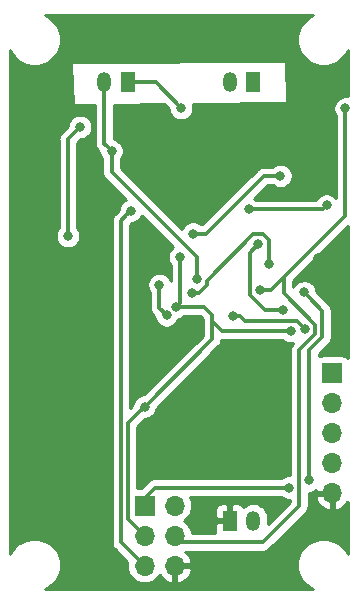
<source format=gbr>
G04 #@! TF.GenerationSoftware,KiCad,Pcbnew,(5.1.0)-1*
G04 #@! TF.CreationDate,2020-02-17T19:18:01+00:00*
G04 #@! TF.ProjectId,v4,76342e6b-6963-4616-945f-706362585858,rev?*
G04 #@! TF.SameCoordinates,Original*
G04 #@! TF.FileFunction,Copper,L2,Bot*
G04 #@! TF.FilePolarity,Positive*
%FSLAX46Y46*%
G04 Gerber Fmt 4.6, Leading zero omitted, Abs format (unit mm)*
G04 Created by KiCad (PCBNEW (5.1.0)-1) date 2020-02-17 19:18:01*
%MOMM*%
%LPD*%
G04 APERTURE LIST*
%ADD10R,1.200000X1.700000*%
%ADD11O,1.200000X1.700000*%
%ADD12R,1.700000X1.700000*%
%ADD13O,1.700000X1.700000*%
%ADD14C,0.800000*%
%ADD15C,0.300000*%
%ADD16C,0.254000*%
G04 APERTURE END LIST*
D10*
X123217600Y-54387600D03*
D11*
X121217600Y-54387600D03*
D12*
X129917600Y-78987600D03*
D13*
X129917600Y-81527600D03*
X129917600Y-84067600D03*
X129917600Y-86607600D03*
X129917600Y-89147600D03*
D12*
X114017600Y-90237600D03*
D13*
X116557600Y-90237600D03*
X114017600Y-92777600D03*
X116557600Y-92777600D03*
X114017600Y-95317600D03*
X116557600Y-95317600D03*
D10*
X121217600Y-91487600D03*
D11*
X123217600Y-91487600D03*
D10*
X112617600Y-54387600D03*
D11*
X110617600Y-54387600D03*
D14*
X114217600Y-83987600D03*
X119817600Y-51587600D03*
X119817600Y-49187600D03*
X112917600Y-50437610D03*
X113934889Y-50409368D03*
X111017600Y-67687600D03*
X109817600Y-67687600D03*
X105417600Y-89987600D03*
X106517600Y-89987600D03*
X105417600Y-91087600D03*
X106517600Y-91087600D03*
X125417600Y-86287600D03*
X125417600Y-87387600D03*
X128717600Y-69287600D03*
X128717600Y-70487600D03*
X121755525Y-63266240D03*
X127017600Y-63187600D03*
X109817600Y-68787600D03*
X111017600Y-68787600D03*
X103917600Y-67687600D03*
X105117600Y-67687600D03*
X113317600Y-72787600D03*
X117287772Y-65254798D03*
X114187550Y-72917650D03*
X130517634Y-74939699D03*
X112117600Y-58662600D03*
X111217600Y-60187600D03*
X118417600Y-70987600D03*
X117117600Y-56553279D03*
X107517600Y-67387598D03*
X108567600Y-58137600D03*
X118117600Y-67187600D03*
X125517600Y-62287600D03*
X127617600Y-75287600D03*
X121517604Y-74187600D03*
X115877103Y-74097241D03*
X115277454Y-71519104D03*
X124517600Y-69787600D03*
X118047655Y-72196396D03*
X122817533Y-65137590D03*
X129425452Y-64795296D03*
X123617600Y-68087600D03*
X125767610Y-73687600D03*
X112867589Y-65237589D03*
X131017600Y-56587600D03*
X123759203Y-71987611D03*
X127967610Y-88069510D03*
X126217600Y-88687600D03*
X127524287Y-72149244D03*
X114017600Y-81837612D03*
X117033977Y-69175389D03*
X126414253Y-75437610D03*
X116717600Y-73387600D03*
D15*
X110617600Y-59587600D02*
X110817601Y-59787601D01*
X110817601Y-59787601D02*
X111217600Y-60187600D01*
X110617600Y-54387600D02*
X110617600Y-59587600D01*
X118417600Y-70421915D02*
X118417600Y-70987600D01*
X111217600Y-60187600D02*
X111217600Y-61990552D01*
X111217600Y-61990552D02*
X118417600Y-69190552D01*
X118417600Y-69190552D02*
X118417600Y-70421915D01*
X112617600Y-54387600D02*
X114951921Y-54387600D01*
X114951921Y-54387600D02*
X117117600Y-56553279D01*
X107517600Y-59187600D02*
X108167601Y-58537599D01*
X108167601Y-58537599D02*
X108567600Y-58137600D01*
X107517600Y-67387598D02*
X107517600Y-59187600D01*
X124951915Y-62287600D02*
X125517600Y-62287600D01*
X124117600Y-62287600D02*
X124951915Y-62287600D01*
X119217600Y-67187600D02*
X124117600Y-62287600D01*
X118117600Y-67187600D02*
X119217600Y-67187600D01*
X122483287Y-74587598D02*
X122083289Y-74187600D01*
X127617600Y-75287600D02*
X126917598Y-74587598D01*
X122083289Y-74187600D02*
X121517604Y-74187600D01*
X126917598Y-74587598D02*
X122483287Y-74587598D01*
X115277454Y-73497592D02*
X115277454Y-72084789D01*
X115277454Y-72084789D02*
X115277454Y-71519104D01*
X115877103Y-74097241D02*
X115277454Y-73497592D01*
X124025602Y-67237598D02*
X123225604Y-67237598D01*
X123225604Y-67237598D02*
X119267601Y-71195601D01*
X118613340Y-72196396D02*
X118047655Y-72196396D01*
X119267601Y-71195601D02*
X119267601Y-71542135D01*
X124517600Y-67729596D02*
X124025602Y-67237598D01*
X119267601Y-71542135D02*
X118613340Y-72196396D01*
X124517600Y-69787600D02*
X124517600Y-67729596D01*
X122817533Y-65137590D02*
X129083158Y-65137590D01*
X129083158Y-65137590D02*
X129425452Y-64795296D01*
X123617600Y-68087600D02*
X122909202Y-68795998D01*
X122909202Y-72395612D02*
X124201190Y-73687600D01*
X125201925Y-73687600D02*
X125767610Y-73687600D01*
X124201190Y-73687600D02*
X125201925Y-73687600D01*
X122909202Y-68795998D02*
X122909202Y-72395612D01*
X112467590Y-65637588D02*
X112867589Y-65237589D01*
X112017588Y-66087590D02*
X112467590Y-65637588D01*
X114017600Y-95317600D02*
X112017588Y-93317588D01*
X112017588Y-93317588D02*
X112017588Y-66087590D01*
X130817610Y-65852035D02*
X125798085Y-70871560D01*
X130817600Y-65887600D02*
X131017600Y-65687600D01*
X131017600Y-57153285D02*
X131017600Y-56587600D01*
X131017600Y-65687600D02*
X131017600Y-57153285D01*
X125798085Y-70871560D02*
X124682034Y-71987611D01*
X124324888Y-71987611D02*
X123759203Y-71987611D01*
X124682034Y-71987611D02*
X124324888Y-71987611D01*
X117107600Y-93327600D02*
X116557600Y-92777600D01*
X124011120Y-93327600D02*
X117107600Y-93327600D01*
X125798085Y-72210081D02*
X128467602Y-74879598D01*
X125798085Y-70871560D02*
X125798085Y-72210081D01*
X128467602Y-74879598D02*
X128467602Y-75695602D01*
X128467602Y-75695602D02*
X127117600Y-77045604D01*
X127117600Y-77045604D02*
X127117600Y-90221120D01*
X127117600Y-90221120D02*
X124011120Y-93327600D01*
X127967610Y-88069510D02*
X127967610Y-77044137D01*
X129067613Y-73692570D02*
X127924286Y-72549243D01*
X127924286Y-72549243D02*
X127524287Y-72149244D01*
X129067613Y-75944134D02*
X129067613Y-73692570D01*
X127967610Y-77044137D02*
X129067613Y-75944134D01*
X125651915Y-88687600D02*
X126217600Y-88687600D01*
X114867600Y-88687600D02*
X125651915Y-88687600D01*
X114017600Y-90237600D02*
X114017600Y-89537600D01*
X114017600Y-89537600D02*
X114867600Y-88687600D01*
X114017600Y-81837612D02*
X119717600Y-76137612D01*
X119717600Y-76137612D02*
X119717600Y-74053285D01*
X119717600Y-74053285D02*
X119717600Y-74545604D01*
X119717600Y-74545604D02*
X120609606Y-75437610D01*
X125848568Y-75437610D02*
X126414253Y-75437610D01*
X120609606Y-75437610D02*
X125848568Y-75437610D01*
X117283285Y-73387600D02*
X116717600Y-73387600D01*
X117033977Y-73071223D02*
X116717600Y-73387600D01*
X119051915Y-73387600D02*
X117283285Y-73387600D01*
X117033977Y-69175389D02*
X117033977Y-73071223D01*
X119717600Y-74053285D02*
X119051915Y-73387600D01*
X113617601Y-82237611D02*
X114017600Y-81837612D01*
X112617599Y-83237613D02*
X113617601Y-82237611D01*
X114017600Y-92777600D02*
X112617599Y-91377599D01*
X112617599Y-91377599D02*
X112617599Y-83237613D01*
D16*
G36*
X128108931Y-48756969D02*
G01*
X127742871Y-49001562D01*
X127431562Y-49312871D01*
X127186969Y-49678931D01*
X127018490Y-50085675D01*
X126932600Y-50517472D01*
X126932600Y-50957728D01*
X127018490Y-51389525D01*
X127186969Y-51796269D01*
X127431562Y-52162329D01*
X127742871Y-52473638D01*
X128108931Y-52718231D01*
X128515675Y-52886710D01*
X128947472Y-52972600D01*
X129387728Y-52972600D01*
X129819525Y-52886710D01*
X130226269Y-52718231D01*
X130592329Y-52473638D01*
X130903638Y-52162329D01*
X131148231Y-51796269D01*
X131207600Y-51652940D01*
X131207600Y-55570116D01*
X131119539Y-55552600D01*
X130915661Y-55552600D01*
X130715702Y-55592374D01*
X130527344Y-55670395D01*
X130357826Y-55783663D01*
X130213663Y-55927826D01*
X130100395Y-56097344D01*
X130022374Y-56285702D01*
X129982600Y-56485661D01*
X129982600Y-56689539D01*
X130022374Y-56889498D01*
X130100395Y-57077856D01*
X130213663Y-57247374D01*
X130232601Y-57266312D01*
X130232600Y-64140328D01*
X130229389Y-64135522D01*
X130085226Y-63991359D01*
X129915708Y-63878091D01*
X129727350Y-63800070D01*
X129527391Y-63760296D01*
X129323513Y-63760296D01*
X129123554Y-63800070D01*
X128935196Y-63878091D01*
X128765678Y-63991359D01*
X128621515Y-64135522D01*
X128508247Y-64305040D01*
X128488551Y-64352590D01*
X123496244Y-64352590D01*
X123477307Y-64333653D01*
X123307789Y-64220385D01*
X123298727Y-64216631D01*
X124442758Y-63072600D01*
X124838889Y-63072600D01*
X124857826Y-63091537D01*
X125027344Y-63204805D01*
X125215702Y-63282826D01*
X125415661Y-63322600D01*
X125619539Y-63322600D01*
X125819498Y-63282826D01*
X126007856Y-63204805D01*
X126177374Y-63091537D01*
X126321537Y-62947374D01*
X126434805Y-62777856D01*
X126512826Y-62589498D01*
X126552600Y-62389539D01*
X126552600Y-62185661D01*
X126512826Y-61985702D01*
X126434805Y-61797344D01*
X126321537Y-61627826D01*
X126177374Y-61483663D01*
X126007856Y-61370395D01*
X125819498Y-61292374D01*
X125619539Y-61252600D01*
X125415661Y-61252600D01*
X125215702Y-61292374D01*
X125027344Y-61370395D01*
X124857826Y-61483663D01*
X124838889Y-61502600D01*
X124156152Y-61502600D01*
X124117599Y-61498803D01*
X124079046Y-61502600D01*
X124079039Y-61502600D01*
X123978090Y-61512543D01*
X123963712Y-61513959D01*
X123929272Y-61524406D01*
X123815740Y-61558846D01*
X123679367Y-61631738D01*
X123619159Y-61681150D01*
X123589787Y-61705255D01*
X123589784Y-61705258D01*
X123559836Y-61729836D01*
X123535258Y-61759784D01*
X118892443Y-66402600D01*
X118796311Y-66402600D01*
X118777374Y-66383663D01*
X118607856Y-66270395D01*
X118419498Y-66192374D01*
X118219539Y-66152600D01*
X118015661Y-66152600D01*
X117815702Y-66192374D01*
X117627344Y-66270395D01*
X117457826Y-66383663D01*
X117313663Y-66527826D01*
X117200395Y-66697344D01*
X117151820Y-66814615D01*
X112002600Y-61665395D01*
X112002600Y-60866311D01*
X112021537Y-60847374D01*
X112134805Y-60677856D01*
X112212826Y-60489498D01*
X112252600Y-60289539D01*
X112252600Y-60085661D01*
X112212826Y-59885702D01*
X112134805Y-59697344D01*
X112021537Y-59527826D01*
X111877374Y-59383663D01*
X111707856Y-59270395D01*
X111519498Y-59192374D01*
X111402600Y-59169122D01*
X111402600Y-56257110D01*
X115669384Y-56215220D01*
X116082600Y-56628436D01*
X116082600Y-56655218D01*
X116122374Y-56855177D01*
X116200395Y-57043535D01*
X116313663Y-57213053D01*
X116457826Y-57357216D01*
X116627344Y-57470484D01*
X116815702Y-57548505D01*
X117015661Y-57588279D01*
X117219539Y-57588279D01*
X117419498Y-57548505D01*
X117607856Y-57470484D01*
X117777374Y-57357216D01*
X117921537Y-57213053D01*
X118034805Y-57043535D01*
X118112826Y-56855177D01*
X118152600Y-56655218D01*
X118152600Y-56451340D01*
X118112826Y-56251381D01*
X118088012Y-56191475D01*
X125918847Y-56114594D01*
X125944261Y-56111770D01*
X125967973Y-56104183D01*
X125989749Y-56092116D01*
X126008753Y-56076032D01*
X126024253Y-56056550D01*
X126035656Y-56034418D01*
X126042521Y-56010487D01*
X126044585Y-55985676D01*
X125994585Y-52685676D01*
X125991984Y-52661956D01*
X125984591Y-52638182D01*
X125972702Y-52616308D01*
X125956774Y-52597173D01*
X125937419Y-52581514D01*
X125915381Y-52569931D01*
X125891507Y-52562871D01*
X125866714Y-52560603D01*
X107941714Y-52685603D01*
X107912277Y-52689273D01*
X107888799Y-52697559D01*
X107867390Y-52710265D01*
X107848870Y-52726904D01*
X107833953Y-52746837D01*
X107823211Y-52769296D01*
X107817057Y-52793420D01*
X107815727Y-52818281D01*
X107965727Y-56168281D01*
X107968290Y-56188598D01*
X107975750Y-56212350D01*
X107987701Y-56234191D01*
X108003683Y-56253280D01*
X108023083Y-56268884D01*
X108045153Y-56280404D01*
X108069048Y-56287397D01*
X108093847Y-56289594D01*
X109832600Y-56272523D01*
X109832601Y-59549037D01*
X109828803Y-59587600D01*
X109843959Y-59741486D01*
X109888846Y-59889459D01*
X109888847Y-59889460D01*
X109961739Y-60025833D01*
X110002290Y-60075244D01*
X110035255Y-60115412D01*
X110035259Y-60115416D01*
X110059837Y-60145364D01*
X110089785Y-60169942D01*
X110182600Y-60262757D01*
X110182600Y-60289539D01*
X110222374Y-60489498D01*
X110300395Y-60677856D01*
X110413663Y-60847374D01*
X110432600Y-60866311D01*
X110432601Y-61951990D01*
X110428803Y-61990552D01*
X110443959Y-62144438D01*
X110488846Y-62292411D01*
X110488847Y-62292412D01*
X110561739Y-62428785D01*
X110602290Y-62478196D01*
X110635255Y-62518364D01*
X110635259Y-62518368D01*
X110659837Y-62548316D01*
X110689785Y-62572894D01*
X112419718Y-64302827D01*
X112377333Y-64320384D01*
X112207815Y-64433652D01*
X112063652Y-64577815D01*
X111950384Y-64747333D01*
X111872363Y-64935691D01*
X111832589Y-65135650D01*
X111832589Y-65162432D01*
X111489773Y-65505248D01*
X111459825Y-65529826D01*
X111435247Y-65559774D01*
X111435243Y-65559778D01*
X111413936Y-65585741D01*
X111361727Y-65649357D01*
X111327976Y-65712501D01*
X111288834Y-65785731D01*
X111243947Y-65933704D01*
X111228791Y-66087590D01*
X111232589Y-66126153D01*
X111232588Y-93279035D01*
X111228791Y-93317588D01*
X111232588Y-93356141D01*
X111232588Y-93356148D01*
X111243947Y-93471474D01*
X111288834Y-93619447D01*
X111361726Y-93755820D01*
X111459824Y-93875352D01*
X111489778Y-93899935D01*
X112568574Y-94978732D01*
X112554087Y-95026489D01*
X112525415Y-95317600D01*
X112554087Y-95608711D01*
X112639001Y-95888634D01*
X112776894Y-96146614D01*
X112962466Y-96372734D01*
X113188586Y-96558306D01*
X113446566Y-96696199D01*
X113726489Y-96781113D01*
X113944650Y-96802600D01*
X114090550Y-96802600D01*
X114308711Y-96781113D01*
X114588634Y-96696199D01*
X114846614Y-96558306D01*
X115072734Y-96372734D01*
X115258306Y-96146614D01*
X115289184Y-96088844D01*
X115460012Y-96317869D01*
X115676245Y-96512778D01*
X115926348Y-96661757D01*
X116200709Y-96759081D01*
X116430600Y-96638414D01*
X116430600Y-95444600D01*
X116684600Y-95444600D01*
X116684600Y-96638414D01*
X116914491Y-96759081D01*
X117188852Y-96661757D01*
X117438955Y-96512778D01*
X117655188Y-96317869D01*
X117829241Y-96084520D01*
X117954425Y-95821699D01*
X117999076Y-95674490D01*
X117877755Y-95444600D01*
X116684600Y-95444600D01*
X116430600Y-95444600D01*
X116410600Y-95444600D01*
X116410600Y-95190600D01*
X116430600Y-95190600D01*
X116430600Y-95170600D01*
X116684600Y-95170600D01*
X116684600Y-95190600D01*
X117877755Y-95190600D01*
X117999076Y-94960710D01*
X117954425Y-94813501D01*
X117829241Y-94550680D01*
X117655188Y-94317331D01*
X117438955Y-94122422D01*
X117422466Y-94112600D01*
X123972567Y-94112600D01*
X124011120Y-94116397D01*
X124049673Y-94112600D01*
X124049681Y-94112600D01*
X124165007Y-94101241D01*
X124312980Y-94056354D01*
X124449353Y-93983462D01*
X124568884Y-93885364D01*
X124593467Y-93855410D01*
X127645416Y-90803462D01*
X127675364Y-90778884D01*
X127773462Y-90659353D01*
X127846354Y-90522980D01*
X127862906Y-90468414D01*
X127891241Y-90375008D01*
X127896029Y-90326397D01*
X127902600Y-90259681D01*
X127902600Y-90259674D01*
X127906397Y-90221121D01*
X127902600Y-90182568D01*
X127902600Y-89504490D01*
X128476124Y-89504490D01*
X128520775Y-89651699D01*
X128645959Y-89914520D01*
X128820012Y-90147869D01*
X129036245Y-90342778D01*
X129286348Y-90491757D01*
X129560709Y-90589081D01*
X129790600Y-90468414D01*
X129790600Y-89274600D01*
X128597445Y-89274600D01*
X128476124Y-89504490D01*
X127902600Y-89504490D01*
X127902600Y-89104510D01*
X128069549Y-89104510D01*
X128269508Y-89064736D01*
X128457866Y-88986715D01*
X128547837Y-88926598D01*
X128597445Y-89020600D01*
X129790600Y-89020600D01*
X129790600Y-89000600D01*
X130044600Y-89000600D01*
X130044600Y-89020600D01*
X130064600Y-89020600D01*
X130064600Y-89274600D01*
X130044600Y-89274600D01*
X130044600Y-90468414D01*
X130274491Y-90589081D01*
X130548852Y-90491757D01*
X130798955Y-90342778D01*
X131015188Y-90147869D01*
X131189241Y-89914520D01*
X131207601Y-89875974D01*
X131207601Y-94322263D01*
X131148231Y-94178931D01*
X130903638Y-93812871D01*
X130592329Y-93501562D01*
X130226269Y-93256969D01*
X129819525Y-93088490D01*
X129387728Y-93002600D01*
X128947472Y-93002600D01*
X128515675Y-93088490D01*
X128108931Y-93256969D01*
X127742871Y-93501562D01*
X127431562Y-93812871D01*
X127186969Y-94178931D01*
X127018490Y-94585675D01*
X126932600Y-95017472D01*
X126932600Y-95457728D01*
X127018490Y-95889525D01*
X127186969Y-96296269D01*
X127431562Y-96662329D01*
X127742871Y-96973638D01*
X128108931Y-97218231D01*
X128252260Y-97277600D01*
X105582940Y-97277600D01*
X105726269Y-97218231D01*
X106092329Y-96973638D01*
X106403638Y-96662329D01*
X106648231Y-96296269D01*
X106816710Y-95889525D01*
X106902600Y-95457728D01*
X106902600Y-95017472D01*
X106816710Y-94585675D01*
X106648231Y-94178931D01*
X106403638Y-93812871D01*
X106092329Y-93501562D01*
X105726269Y-93256969D01*
X105319525Y-93088490D01*
X104887728Y-93002600D01*
X104447472Y-93002600D01*
X104015675Y-93088490D01*
X103608931Y-93256969D01*
X103242871Y-93501562D01*
X102931562Y-93812871D01*
X102686969Y-94178931D01*
X102627600Y-94322260D01*
X102627600Y-67285659D01*
X106482600Y-67285659D01*
X106482600Y-67489537D01*
X106522374Y-67689496D01*
X106600395Y-67877854D01*
X106713663Y-68047372D01*
X106857826Y-68191535D01*
X107027344Y-68304803D01*
X107215702Y-68382824D01*
X107415661Y-68422598D01*
X107619539Y-68422598D01*
X107819498Y-68382824D01*
X108007856Y-68304803D01*
X108177374Y-68191535D01*
X108321537Y-68047372D01*
X108434805Y-67877854D01*
X108512826Y-67689496D01*
X108552600Y-67489537D01*
X108552600Y-67285659D01*
X108512826Y-67085700D01*
X108434805Y-66897342D01*
X108321537Y-66727824D01*
X108302600Y-66708887D01*
X108302600Y-59512757D01*
X108642758Y-59172600D01*
X108669539Y-59172600D01*
X108869498Y-59132826D01*
X109057856Y-59054805D01*
X109227374Y-58941537D01*
X109371537Y-58797374D01*
X109484805Y-58627856D01*
X109562826Y-58439498D01*
X109602600Y-58239539D01*
X109602600Y-58035661D01*
X109562826Y-57835702D01*
X109484805Y-57647344D01*
X109371537Y-57477826D01*
X109227374Y-57333663D01*
X109057856Y-57220395D01*
X108869498Y-57142374D01*
X108669539Y-57102600D01*
X108465661Y-57102600D01*
X108265702Y-57142374D01*
X108077344Y-57220395D01*
X107907826Y-57333663D01*
X107763663Y-57477826D01*
X107650395Y-57647344D01*
X107572374Y-57835702D01*
X107532600Y-58035661D01*
X107532600Y-58062442D01*
X106989785Y-58605258D01*
X106959837Y-58629836D01*
X106935259Y-58659784D01*
X106935255Y-58659788D01*
X106902290Y-58699956D01*
X106861739Y-58749367D01*
X106836079Y-58797374D01*
X106788846Y-58885741D01*
X106743959Y-59033714D01*
X106728803Y-59187600D01*
X106732601Y-59226163D01*
X106732600Y-66708887D01*
X106713663Y-66727824D01*
X106600395Y-66897342D01*
X106522374Y-67085700D01*
X106482600Y-67285659D01*
X102627600Y-67285659D01*
X102627600Y-51652940D01*
X102686969Y-51796269D01*
X102931562Y-52162329D01*
X103242871Y-52473638D01*
X103608931Y-52718231D01*
X104015675Y-52886710D01*
X104447472Y-52972600D01*
X104887728Y-52972600D01*
X105319525Y-52886710D01*
X105726269Y-52718231D01*
X106092329Y-52473638D01*
X106403638Y-52162329D01*
X106648231Y-51796269D01*
X106816710Y-51389525D01*
X106902600Y-50957728D01*
X106902600Y-50517472D01*
X106816710Y-50085675D01*
X106648231Y-49678931D01*
X106403638Y-49312871D01*
X106092329Y-49001562D01*
X105726269Y-48756969D01*
X105582940Y-48697600D01*
X128252260Y-48697600D01*
X128108931Y-48756969D01*
X128108931Y-48756969D01*
G37*
X128108931Y-48756969D02*
X127742871Y-49001562D01*
X127431562Y-49312871D01*
X127186969Y-49678931D01*
X127018490Y-50085675D01*
X126932600Y-50517472D01*
X126932600Y-50957728D01*
X127018490Y-51389525D01*
X127186969Y-51796269D01*
X127431562Y-52162329D01*
X127742871Y-52473638D01*
X128108931Y-52718231D01*
X128515675Y-52886710D01*
X128947472Y-52972600D01*
X129387728Y-52972600D01*
X129819525Y-52886710D01*
X130226269Y-52718231D01*
X130592329Y-52473638D01*
X130903638Y-52162329D01*
X131148231Y-51796269D01*
X131207600Y-51652940D01*
X131207600Y-55570116D01*
X131119539Y-55552600D01*
X130915661Y-55552600D01*
X130715702Y-55592374D01*
X130527344Y-55670395D01*
X130357826Y-55783663D01*
X130213663Y-55927826D01*
X130100395Y-56097344D01*
X130022374Y-56285702D01*
X129982600Y-56485661D01*
X129982600Y-56689539D01*
X130022374Y-56889498D01*
X130100395Y-57077856D01*
X130213663Y-57247374D01*
X130232601Y-57266312D01*
X130232600Y-64140328D01*
X130229389Y-64135522D01*
X130085226Y-63991359D01*
X129915708Y-63878091D01*
X129727350Y-63800070D01*
X129527391Y-63760296D01*
X129323513Y-63760296D01*
X129123554Y-63800070D01*
X128935196Y-63878091D01*
X128765678Y-63991359D01*
X128621515Y-64135522D01*
X128508247Y-64305040D01*
X128488551Y-64352590D01*
X123496244Y-64352590D01*
X123477307Y-64333653D01*
X123307789Y-64220385D01*
X123298727Y-64216631D01*
X124442758Y-63072600D01*
X124838889Y-63072600D01*
X124857826Y-63091537D01*
X125027344Y-63204805D01*
X125215702Y-63282826D01*
X125415661Y-63322600D01*
X125619539Y-63322600D01*
X125819498Y-63282826D01*
X126007856Y-63204805D01*
X126177374Y-63091537D01*
X126321537Y-62947374D01*
X126434805Y-62777856D01*
X126512826Y-62589498D01*
X126552600Y-62389539D01*
X126552600Y-62185661D01*
X126512826Y-61985702D01*
X126434805Y-61797344D01*
X126321537Y-61627826D01*
X126177374Y-61483663D01*
X126007856Y-61370395D01*
X125819498Y-61292374D01*
X125619539Y-61252600D01*
X125415661Y-61252600D01*
X125215702Y-61292374D01*
X125027344Y-61370395D01*
X124857826Y-61483663D01*
X124838889Y-61502600D01*
X124156152Y-61502600D01*
X124117599Y-61498803D01*
X124079046Y-61502600D01*
X124079039Y-61502600D01*
X123978090Y-61512543D01*
X123963712Y-61513959D01*
X123929272Y-61524406D01*
X123815740Y-61558846D01*
X123679367Y-61631738D01*
X123619159Y-61681150D01*
X123589787Y-61705255D01*
X123589784Y-61705258D01*
X123559836Y-61729836D01*
X123535258Y-61759784D01*
X118892443Y-66402600D01*
X118796311Y-66402600D01*
X118777374Y-66383663D01*
X118607856Y-66270395D01*
X118419498Y-66192374D01*
X118219539Y-66152600D01*
X118015661Y-66152600D01*
X117815702Y-66192374D01*
X117627344Y-66270395D01*
X117457826Y-66383663D01*
X117313663Y-66527826D01*
X117200395Y-66697344D01*
X117151820Y-66814615D01*
X112002600Y-61665395D01*
X112002600Y-60866311D01*
X112021537Y-60847374D01*
X112134805Y-60677856D01*
X112212826Y-60489498D01*
X112252600Y-60289539D01*
X112252600Y-60085661D01*
X112212826Y-59885702D01*
X112134805Y-59697344D01*
X112021537Y-59527826D01*
X111877374Y-59383663D01*
X111707856Y-59270395D01*
X111519498Y-59192374D01*
X111402600Y-59169122D01*
X111402600Y-56257110D01*
X115669384Y-56215220D01*
X116082600Y-56628436D01*
X116082600Y-56655218D01*
X116122374Y-56855177D01*
X116200395Y-57043535D01*
X116313663Y-57213053D01*
X116457826Y-57357216D01*
X116627344Y-57470484D01*
X116815702Y-57548505D01*
X117015661Y-57588279D01*
X117219539Y-57588279D01*
X117419498Y-57548505D01*
X117607856Y-57470484D01*
X117777374Y-57357216D01*
X117921537Y-57213053D01*
X118034805Y-57043535D01*
X118112826Y-56855177D01*
X118152600Y-56655218D01*
X118152600Y-56451340D01*
X118112826Y-56251381D01*
X118088012Y-56191475D01*
X125918847Y-56114594D01*
X125944261Y-56111770D01*
X125967973Y-56104183D01*
X125989749Y-56092116D01*
X126008753Y-56076032D01*
X126024253Y-56056550D01*
X126035656Y-56034418D01*
X126042521Y-56010487D01*
X126044585Y-55985676D01*
X125994585Y-52685676D01*
X125991984Y-52661956D01*
X125984591Y-52638182D01*
X125972702Y-52616308D01*
X125956774Y-52597173D01*
X125937419Y-52581514D01*
X125915381Y-52569931D01*
X125891507Y-52562871D01*
X125866714Y-52560603D01*
X107941714Y-52685603D01*
X107912277Y-52689273D01*
X107888799Y-52697559D01*
X107867390Y-52710265D01*
X107848870Y-52726904D01*
X107833953Y-52746837D01*
X107823211Y-52769296D01*
X107817057Y-52793420D01*
X107815727Y-52818281D01*
X107965727Y-56168281D01*
X107968290Y-56188598D01*
X107975750Y-56212350D01*
X107987701Y-56234191D01*
X108003683Y-56253280D01*
X108023083Y-56268884D01*
X108045153Y-56280404D01*
X108069048Y-56287397D01*
X108093847Y-56289594D01*
X109832600Y-56272523D01*
X109832601Y-59549037D01*
X109828803Y-59587600D01*
X109843959Y-59741486D01*
X109888846Y-59889459D01*
X109888847Y-59889460D01*
X109961739Y-60025833D01*
X110002290Y-60075244D01*
X110035255Y-60115412D01*
X110035259Y-60115416D01*
X110059837Y-60145364D01*
X110089785Y-60169942D01*
X110182600Y-60262757D01*
X110182600Y-60289539D01*
X110222374Y-60489498D01*
X110300395Y-60677856D01*
X110413663Y-60847374D01*
X110432600Y-60866311D01*
X110432601Y-61951990D01*
X110428803Y-61990552D01*
X110443959Y-62144438D01*
X110488846Y-62292411D01*
X110488847Y-62292412D01*
X110561739Y-62428785D01*
X110602290Y-62478196D01*
X110635255Y-62518364D01*
X110635259Y-62518368D01*
X110659837Y-62548316D01*
X110689785Y-62572894D01*
X112419718Y-64302827D01*
X112377333Y-64320384D01*
X112207815Y-64433652D01*
X112063652Y-64577815D01*
X111950384Y-64747333D01*
X111872363Y-64935691D01*
X111832589Y-65135650D01*
X111832589Y-65162432D01*
X111489773Y-65505248D01*
X111459825Y-65529826D01*
X111435247Y-65559774D01*
X111435243Y-65559778D01*
X111413936Y-65585741D01*
X111361727Y-65649357D01*
X111327976Y-65712501D01*
X111288834Y-65785731D01*
X111243947Y-65933704D01*
X111228791Y-66087590D01*
X111232589Y-66126153D01*
X111232588Y-93279035D01*
X111228791Y-93317588D01*
X111232588Y-93356141D01*
X111232588Y-93356148D01*
X111243947Y-93471474D01*
X111288834Y-93619447D01*
X111361726Y-93755820D01*
X111459824Y-93875352D01*
X111489778Y-93899935D01*
X112568574Y-94978732D01*
X112554087Y-95026489D01*
X112525415Y-95317600D01*
X112554087Y-95608711D01*
X112639001Y-95888634D01*
X112776894Y-96146614D01*
X112962466Y-96372734D01*
X113188586Y-96558306D01*
X113446566Y-96696199D01*
X113726489Y-96781113D01*
X113944650Y-96802600D01*
X114090550Y-96802600D01*
X114308711Y-96781113D01*
X114588634Y-96696199D01*
X114846614Y-96558306D01*
X115072734Y-96372734D01*
X115258306Y-96146614D01*
X115289184Y-96088844D01*
X115460012Y-96317869D01*
X115676245Y-96512778D01*
X115926348Y-96661757D01*
X116200709Y-96759081D01*
X116430600Y-96638414D01*
X116430600Y-95444600D01*
X116684600Y-95444600D01*
X116684600Y-96638414D01*
X116914491Y-96759081D01*
X117188852Y-96661757D01*
X117438955Y-96512778D01*
X117655188Y-96317869D01*
X117829241Y-96084520D01*
X117954425Y-95821699D01*
X117999076Y-95674490D01*
X117877755Y-95444600D01*
X116684600Y-95444600D01*
X116430600Y-95444600D01*
X116410600Y-95444600D01*
X116410600Y-95190600D01*
X116430600Y-95190600D01*
X116430600Y-95170600D01*
X116684600Y-95170600D01*
X116684600Y-95190600D01*
X117877755Y-95190600D01*
X117999076Y-94960710D01*
X117954425Y-94813501D01*
X117829241Y-94550680D01*
X117655188Y-94317331D01*
X117438955Y-94122422D01*
X117422466Y-94112600D01*
X123972567Y-94112600D01*
X124011120Y-94116397D01*
X124049673Y-94112600D01*
X124049681Y-94112600D01*
X124165007Y-94101241D01*
X124312980Y-94056354D01*
X124449353Y-93983462D01*
X124568884Y-93885364D01*
X124593467Y-93855410D01*
X127645416Y-90803462D01*
X127675364Y-90778884D01*
X127773462Y-90659353D01*
X127846354Y-90522980D01*
X127862906Y-90468414D01*
X127891241Y-90375008D01*
X127896029Y-90326397D01*
X127902600Y-90259681D01*
X127902600Y-90259674D01*
X127906397Y-90221121D01*
X127902600Y-90182568D01*
X127902600Y-89504490D01*
X128476124Y-89504490D01*
X128520775Y-89651699D01*
X128645959Y-89914520D01*
X128820012Y-90147869D01*
X129036245Y-90342778D01*
X129286348Y-90491757D01*
X129560709Y-90589081D01*
X129790600Y-90468414D01*
X129790600Y-89274600D01*
X128597445Y-89274600D01*
X128476124Y-89504490D01*
X127902600Y-89504490D01*
X127902600Y-89104510D01*
X128069549Y-89104510D01*
X128269508Y-89064736D01*
X128457866Y-88986715D01*
X128547837Y-88926598D01*
X128597445Y-89020600D01*
X129790600Y-89020600D01*
X129790600Y-89000600D01*
X130044600Y-89000600D01*
X130044600Y-89020600D01*
X130064600Y-89020600D01*
X130064600Y-89274600D01*
X130044600Y-89274600D01*
X130044600Y-90468414D01*
X130274491Y-90589081D01*
X130548852Y-90491757D01*
X130798955Y-90342778D01*
X131015188Y-90147869D01*
X131189241Y-89914520D01*
X131207601Y-89875974D01*
X131207601Y-94322263D01*
X131148231Y-94178931D01*
X130903638Y-93812871D01*
X130592329Y-93501562D01*
X130226269Y-93256969D01*
X129819525Y-93088490D01*
X129387728Y-93002600D01*
X128947472Y-93002600D01*
X128515675Y-93088490D01*
X128108931Y-93256969D01*
X127742871Y-93501562D01*
X127431562Y-93812871D01*
X127186969Y-94178931D01*
X127018490Y-94585675D01*
X126932600Y-95017472D01*
X126932600Y-95457728D01*
X127018490Y-95889525D01*
X127186969Y-96296269D01*
X127431562Y-96662329D01*
X127742871Y-96973638D01*
X128108931Y-97218231D01*
X128252260Y-97277600D01*
X105582940Y-97277600D01*
X105726269Y-97218231D01*
X106092329Y-96973638D01*
X106403638Y-96662329D01*
X106648231Y-96296269D01*
X106816710Y-95889525D01*
X106902600Y-95457728D01*
X106902600Y-95017472D01*
X106816710Y-94585675D01*
X106648231Y-94178931D01*
X106403638Y-93812871D01*
X106092329Y-93501562D01*
X105726269Y-93256969D01*
X105319525Y-93088490D01*
X104887728Y-93002600D01*
X104447472Y-93002600D01*
X104015675Y-93088490D01*
X103608931Y-93256969D01*
X103242871Y-93501562D01*
X102931562Y-93812871D01*
X102686969Y-94178931D01*
X102627600Y-94322260D01*
X102627600Y-67285659D01*
X106482600Y-67285659D01*
X106482600Y-67489537D01*
X106522374Y-67689496D01*
X106600395Y-67877854D01*
X106713663Y-68047372D01*
X106857826Y-68191535D01*
X107027344Y-68304803D01*
X107215702Y-68382824D01*
X107415661Y-68422598D01*
X107619539Y-68422598D01*
X107819498Y-68382824D01*
X108007856Y-68304803D01*
X108177374Y-68191535D01*
X108321537Y-68047372D01*
X108434805Y-67877854D01*
X108512826Y-67689496D01*
X108552600Y-67489537D01*
X108552600Y-67285659D01*
X108512826Y-67085700D01*
X108434805Y-66897342D01*
X108321537Y-66727824D01*
X108302600Y-66708887D01*
X108302600Y-59512757D01*
X108642758Y-59172600D01*
X108669539Y-59172600D01*
X108869498Y-59132826D01*
X109057856Y-59054805D01*
X109227374Y-58941537D01*
X109371537Y-58797374D01*
X109484805Y-58627856D01*
X109562826Y-58439498D01*
X109602600Y-58239539D01*
X109602600Y-58035661D01*
X109562826Y-57835702D01*
X109484805Y-57647344D01*
X109371537Y-57477826D01*
X109227374Y-57333663D01*
X109057856Y-57220395D01*
X108869498Y-57142374D01*
X108669539Y-57102600D01*
X108465661Y-57102600D01*
X108265702Y-57142374D01*
X108077344Y-57220395D01*
X107907826Y-57333663D01*
X107763663Y-57477826D01*
X107650395Y-57647344D01*
X107572374Y-57835702D01*
X107532600Y-58035661D01*
X107532600Y-58062442D01*
X106989785Y-58605258D01*
X106959837Y-58629836D01*
X106935259Y-58659784D01*
X106935255Y-58659788D01*
X106902290Y-58699956D01*
X106861739Y-58749367D01*
X106836079Y-58797374D01*
X106788846Y-58885741D01*
X106743959Y-59033714D01*
X106728803Y-59187600D01*
X106732601Y-59226163D01*
X106732600Y-66708887D01*
X106713663Y-66727824D01*
X106600395Y-66897342D01*
X106522374Y-67085700D01*
X106482600Y-67285659D01*
X102627600Y-67285659D01*
X102627600Y-51652940D01*
X102686969Y-51796269D01*
X102931562Y-52162329D01*
X103242871Y-52473638D01*
X103608931Y-52718231D01*
X104015675Y-52886710D01*
X104447472Y-52972600D01*
X104887728Y-52972600D01*
X105319525Y-52886710D01*
X105726269Y-52718231D01*
X106092329Y-52473638D01*
X106403638Y-52162329D01*
X106648231Y-51796269D01*
X106816710Y-51389525D01*
X106902600Y-50957728D01*
X106902600Y-50517472D01*
X106816710Y-50085675D01*
X106648231Y-49678931D01*
X106403638Y-49312871D01*
X106092329Y-49001562D01*
X105726269Y-48756969D01*
X105582940Y-48697600D01*
X128252260Y-48697600D01*
X128108931Y-48756969D01*
G36*
X125557826Y-89491537D02*
G01*
X125727344Y-89604805D01*
X125915702Y-89682826D01*
X126115661Y-89722600D01*
X126319539Y-89722600D01*
X126332601Y-89720002D01*
X126332601Y-89895961D01*
X124452600Y-91775963D01*
X124452600Y-91176935D01*
X124434730Y-90995498D01*
X124364111Y-90762699D01*
X124249433Y-90548151D01*
X124095102Y-90360098D01*
X123907048Y-90205767D01*
X123692500Y-90091089D01*
X123459701Y-90020470D01*
X123217600Y-89996625D01*
X122975498Y-90020470D01*
X122742699Y-90091089D01*
X122528151Y-90205767D01*
X122374291Y-90332036D01*
X122348137Y-90283106D01*
X122268785Y-90186415D01*
X122172094Y-90107063D01*
X122061780Y-90048098D01*
X121942082Y-90011788D01*
X121817600Y-89999528D01*
X121503350Y-90002600D01*
X121344600Y-90161350D01*
X121344600Y-91360600D01*
X121364600Y-91360600D01*
X121364600Y-91614600D01*
X121344600Y-91614600D01*
X121344600Y-91634600D01*
X121090600Y-91634600D01*
X121090600Y-91614600D01*
X120141350Y-91614600D01*
X119982600Y-91773350D01*
X119979528Y-92337600D01*
X119991788Y-92462082D01*
X120016213Y-92542600D01*
X118026639Y-92542600D01*
X118021113Y-92486489D01*
X117936199Y-92206566D01*
X117798306Y-91948586D01*
X117612734Y-91722466D01*
X117386614Y-91536894D01*
X117331809Y-91507600D01*
X117386614Y-91478306D01*
X117612734Y-91292734D01*
X117798306Y-91066614D01*
X117936199Y-90808634D01*
X117988081Y-90637600D01*
X119979528Y-90637600D01*
X119982600Y-91201850D01*
X120141350Y-91360600D01*
X121090600Y-91360600D01*
X121090600Y-90161350D01*
X120931850Y-90002600D01*
X120617600Y-89999528D01*
X120493118Y-90011788D01*
X120373420Y-90048098D01*
X120263106Y-90107063D01*
X120166415Y-90186415D01*
X120087063Y-90283106D01*
X120028098Y-90393420D01*
X119991788Y-90513118D01*
X119979528Y-90637600D01*
X117988081Y-90637600D01*
X118021113Y-90528711D01*
X118049785Y-90237600D01*
X118021113Y-89946489D01*
X117936199Y-89666566D01*
X117832522Y-89472600D01*
X125538889Y-89472600D01*
X125557826Y-89491537D01*
X125557826Y-89491537D01*
G37*
X125557826Y-89491537D02*
X125727344Y-89604805D01*
X125915702Y-89682826D01*
X126115661Y-89722600D01*
X126319539Y-89722600D01*
X126332601Y-89720002D01*
X126332601Y-89895961D01*
X124452600Y-91775963D01*
X124452600Y-91176935D01*
X124434730Y-90995498D01*
X124364111Y-90762699D01*
X124249433Y-90548151D01*
X124095102Y-90360098D01*
X123907048Y-90205767D01*
X123692500Y-90091089D01*
X123459701Y-90020470D01*
X123217600Y-89996625D01*
X122975498Y-90020470D01*
X122742699Y-90091089D01*
X122528151Y-90205767D01*
X122374291Y-90332036D01*
X122348137Y-90283106D01*
X122268785Y-90186415D01*
X122172094Y-90107063D01*
X122061780Y-90048098D01*
X121942082Y-90011788D01*
X121817600Y-89999528D01*
X121503350Y-90002600D01*
X121344600Y-90161350D01*
X121344600Y-91360600D01*
X121364600Y-91360600D01*
X121364600Y-91614600D01*
X121344600Y-91614600D01*
X121344600Y-91634600D01*
X121090600Y-91634600D01*
X121090600Y-91614600D01*
X120141350Y-91614600D01*
X119982600Y-91773350D01*
X119979528Y-92337600D01*
X119991788Y-92462082D01*
X120016213Y-92542600D01*
X118026639Y-92542600D01*
X118021113Y-92486489D01*
X117936199Y-92206566D01*
X117798306Y-91948586D01*
X117612734Y-91722466D01*
X117386614Y-91536894D01*
X117331809Y-91507600D01*
X117386614Y-91478306D01*
X117612734Y-91292734D01*
X117798306Y-91066614D01*
X117936199Y-90808634D01*
X117988081Y-90637600D01*
X119979528Y-90637600D01*
X119982600Y-91201850D01*
X120141350Y-91360600D01*
X121090600Y-91360600D01*
X121090600Y-90161350D01*
X120931850Y-90002600D01*
X120617600Y-89999528D01*
X120493118Y-90011788D01*
X120373420Y-90048098D01*
X120263106Y-90107063D01*
X120166415Y-90186415D01*
X120087063Y-90283106D01*
X120028098Y-90393420D01*
X119991788Y-90513118D01*
X119979528Y-90637600D01*
X117988081Y-90637600D01*
X118021113Y-90528711D01*
X118049785Y-90237600D01*
X118021113Y-89946489D01*
X117936199Y-89666566D01*
X117832522Y-89472600D01*
X125538889Y-89472600D01*
X125557826Y-89491537D01*
G36*
X120530632Y-76218630D02*
G01*
X120571045Y-76222610D01*
X120571050Y-76222610D01*
X120609606Y-76226407D01*
X120648161Y-76222610D01*
X125735542Y-76222610D01*
X125754479Y-76241547D01*
X125923997Y-76354815D01*
X126112355Y-76432836D01*
X126312314Y-76472610D01*
X126516192Y-76472610D01*
X126596389Y-76456658D01*
X126589790Y-76463257D01*
X126559836Y-76487840D01*
X126461738Y-76607372D01*
X126388846Y-76743745D01*
X126343959Y-76891718D01*
X126332600Y-77007044D01*
X126332600Y-77007051D01*
X126328803Y-77045604D01*
X126332600Y-77084157D01*
X126332601Y-87655198D01*
X126319539Y-87652600D01*
X126115661Y-87652600D01*
X125915702Y-87692374D01*
X125727344Y-87770395D01*
X125557826Y-87883663D01*
X125538889Y-87902600D01*
X114906156Y-87902600D01*
X114867600Y-87898803D01*
X114829044Y-87902600D01*
X114829039Y-87902600D01*
X114788626Y-87906580D01*
X114713713Y-87913958D01*
X114586917Y-87952422D01*
X114565740Y-87958846D01*
X114429367Y-88031738D01*
X114309836Y-88129836D01*
X114285253Y-88159790D01*
X113695515Y-88749528D01*
X113402599Y-88749528D01*
X113402599Y-83562770D01*
X114092758Y-82872612D01*
X114119539Y-82872612D01*
X114319498Y-82832838D01*
X114507856Y-82754817D01*
X114677374Y-82641549D01*
X114821537Y-82497386D01*
X114934805Y-82327868D01*
X115012826Y-82139510D01*
X115052600Y-81939551D01*
X115052600Y-81912769D01*
X120245417Y-76719953D01*
X120275364Y-76695376D01*
X120373462Y-76575845D01*
X120446354Y-76439472D01*
X120491241Y-76291499D01*
X120498728Y-76215488D01*
X120530632Y-76218630D01*
X120530632Y-76218630D01*
G37*
X120530632Y-76218630D02*
X120571045Y-76222610D01*
X120571050Y-76222610D01*
X120609606Y-76226407D01*
X120648161Y-76222610D01*
X125735542Y-76222610D01*
X125754479Y-76241547D01*
X125923997Y-76354815D01*
X126112355Y-76432836D01*
X126312314Y-76472610D01*
X126516192Y-76472610D01*
X126596389Y-76456658D01*
X126589790Y-76463257D01*
X126559836Y-76487840D01*
X126461738Y-76607372D01*
X126388846Y-76743745D01*
X126343959Y-76891718D01*
X126332600Y-77007044D01*
X126332600Y-77007051D01*
X126328803Y-77045604D01*
X126332600Y-77084157D01*
X126332601Y-87655198D01*
X126319539Y-87652600D01*
X126115661Y-87652600D01*
X125915702Y-87692374D01*
X125727344Y-87770395D01*
X125557826Y-87883663D01*
X125538889Y-87902600D01*
X114906156Y-87902600D01*
X114867600Y-87898803D01*
X114829044Y-87902600D01*
X114829039Y-87902600D01*
X114788626Y-87906580D01*
X114713713Y-87913958D01*
X114586917Y-87952422D01*
X114565740Y-87958846D01*
X114429367Y-88031738D01*
X114309836Y-88129836D01*
X114285253Y-88159790D01*
X113695515Y-88749528D01*
X113402599Y-88749528D01*
X113402599Y-83562770D01*
X114092758Y-82872612D01*
X114119539Y-82872612D01*
X114319498Y-82832838D01*
X114507856Y-82754817D01*
X114677374Y-82641549D01*
X114821537Y-82497386D01*
X114934805Y-82327868D01*
X115012826Y-82139510D01*
X115052600Y-81939551D01*
X115052600Y-81912769D01*
X120245417Y-76719953D01*
X120275364Y-76695376D01*
X120373462Y-76575845D01*
X120446354Y-76439472D01*
X120491241Y-76291499D01*
X120498728Y-76215488D01*
X120530632Y-76218630D01*
G36*
X116442625Y-68325734D02*
G01*
X116374203Y-68371452D01*
X116230040Y-68515615D01*
X116116772Y-68685133D01*
X116038751Y-68873491D01*
X115998977Y-69073450D01*
X115998977Y-69277328D01*
X116038751Y-69477287D01*
X116116772Y-69665645D01*
X116230040Y-69835163D01*
X116248977Y-69854100D01*
X116248978Y-71159984D01*
X116194659Y-71028848D01*
X116081391Y-70859330D01*
X115937228Y-70715167D01*
X115767710Y-70601899D01*
X115579352Y-70523878D01*
X115379393Y-70484104D01*
X115175515Y-70484104D01*
X114975556Y-70523878D01*
X114787198Y-70601899D01*
X114617680Y-70715167D01*
X114473517Y-70859330D01*
X114360249Y-71028848D01*
X114282228Y-71217206D01*
X114242454Y-71417165D01*
X114242454Y-71621043D01*
X114282228Y-71821002D01*
X114360249Y-72009360D01*
X114473517Y-72178878D01*
X114492455Y-72197816D01*
X114492454Y-73459039D01*
X114488657Y-73497592D01*
X114492454Y-73536145D01*
X114492454Y-73536152D01*
X114503813Y-73651478D01*
X114548700Y-73799451D01*
X114621592Y-73935824D01*
X114719690Y-74055356D01*
X114749644Y-74079939D01*
X114842103Y-74172398D01*
X114842103Y-74199180D01*
X114881877Y-74399139D01*
X114959898Y-74587497D01*
X115073166Y-74757015D01*
X115217329Y-74901178D01*
X115386847Y-75014446D01*
X115575205Y-75092467D01*
X115775164Y-75132241D01*
X115979042Y-75132241D01*
X116179001Y-75092467D01*
X116367359Y-75014446D01*
X116536877Y-74901178D01*
X116681040Y-74757015D01*
X116794308Y-74587497D01*
X116866479Y-74413263D01*
X117019498Y-74382826D01*
X117207856Y-74304805D01*
X117377374Y-74191537D01*
X117396311Y-74172600D01*
X118726758Y-74172600D01*
X118932600Y-74378442D01*
X118932600Y-74507051D01*
X118928803Y-74545604D01*
X118932600Y-74584157D01*
X118932600Y-74584165D01*
X118932601Y-74584172D01*
X118932600Y-75812454D01*
X113942443Y-80802612D01*
X113915661Y-80802612D01*
X113715702Y-80842386D01*
X113527344Y-80920407D01*
X113357826Y-81033675D01*
X113213663Y-81177838D01*
X113100395Y-81347356D01*
X113022374Y-81535714D01*
X112982600Y-81735673D01*
X112982600Y-81762454D01*
X112802588Y-81942466D01*
X112802588Y-66412747D01*
X112942746Y-66272589D01*
X112969528Y-66272589D01*
X113169487Y-66232815D01*
X113357845Y-66154794D01*
X113527363Y-66041526D01*
X113671526Y-65897363D01*
X113784794Y-65727845D01*
X113802351Y-65685460D01*
X116442625Y-68325734D01*
X116442625Y-68325734D01*
G37*
X116442625Y-68325734D02*
X116374203Y-68371452D01*
X116230040Y-68515615D01*
X116116772Y-68685133D01*
X116038751Y-68873491D01*
X115998977Y-69073450D01*
X115998977Y-69277328D01*
X116038751Y-69477287D01*
X116116772Y-69665645D01*
X116230040Y-69835163D01*
X116248977Y-69854100D01*
X116248978Y-71159984D01*
X116194659Y-71028848D01*
X116081391Y-70859330D01*
X115937228Y-70715167D01*
X115767710Y-70601899D01*
X115579352Y-70523878D01*
X115379393Y-70484104D01*
X115175515Y-70484104D01*
X114975556Y-70523878D01*
X114787198Y-70601899D01*
X114617680Y-70715167D01*
X114473517Y-70859330D01*
X114360249Y-71028848D01*
X114282228Y-71217206D01*
X114242454Y-71417165D01*
X114242454Y-71621043D01*
X114282228Y-71821002D01*
X114360249Y-72009360D01*
X114473517Y-72178878D01*
X114492455Y-72197816D01*
X114492454Y-73459039D01*
X114488657Y-73497592D01*
X114492454Y-73536145D01*
X114492454Y-73536152D01*
X114503813Y-73651478D01*
X114548700Y-73799451D01*
X114621592Y-73935824D01*
X114719690Y-74055356D01*
X114749644Y-74079939D01*
X114842103Y-74172398D01*
X114842103Y-74199180D01*
X114881877Y-74399139D01*
X114959898Y-74587497D01*
X115073166Y-74757015D01*
X115217329Y-74901178D01*
X115386847Y-75014446D01*
X115575205Y-75092467D01*
X115775164Y-75132241D01*
X115979042Y-75132241D01*
X116179001Y-75092467D01*
X116367359Y-75014446D01*
X116536877Y-74901178D01*
X116681040Y-74757015D01*
X116794308Y-74587497D01*
X116866479Y-74413263D01*
X117019498Y-74382826D01*
X117207856Y-74304805D01*
X117377374Y-74191537D01*
X117396311Y-74172600D01*
X118726758Y-74172600D01*
X118932600Y-74378442D01*
X118932600Y-74507051D01*
X118928803Y-74545604D01*
X118932600Y-74584157D01*
X118932600Y-74584165D01*
X118932601Y-74584172D01*
X118932600Y-75812454D01*
X113942443Y-80802612D01*
X113915661Y-80802612D01*
X113715702Y-80842386D01*
X113527344Y-80920407D01*
X113357826Y-81033675D01*
X113213663Y-81177838D01*
X113100395Y-81347356D01*
X113022374Y-81535714D01*
X112982600Y-81735673D01*
X112982600Y-81762454D01*
X112802588Y-81942466D01*
X112802588Y-66412747D01*
X112942746Y-66272589D01*
X112969528Y-66272589D01*
X113169487Y-66232815D01*
X113357845Y-66154794D01*
X113527363Y-66041526D01*
X113671526Y-65897363D01*
X113784794Y-65727845D01*
X113802351Y-65685460D01*
X116442625Y-68325734D01*
G36*
X131207601Y-77677236D02*
G01*
X131122094Y-77607063D01*
X131011780Y-77548098D01*
X130892082Y-77511788D01*
X130767600Y-77499528D01*
X129067600Y-77499528D01*
X128943118Y-77511788D01*
X128823420Y-77548098D01*
X128752610Y-77585947D01*
X128752610Y-77369294D01*
X129595430Y-76526475D01*
X129625377Y-76501898D01*
X129723475Y-76382367D01*
X129796367Y-76245994D01*
X129817547Y-76176172D01*
X129841254Y-76098022D01*
X129843384Y-76076397D01*
X129852613Y-75982695D01*
X129852613Y-75982688D01*
X129856410Y-75944135D01*
X129852613Y-75905582D01*
X129852613Y-73731126D01*
X129856410Y-73692570D01*
X129852613Y-73654014D01*
X129852613Y-73654009D01*
X129845881Y-73585661D01*
X129841255Y-73538683D01*
X129796367Y-73390710D01*
X129794705Y-73387600D01*
X129723475Y-73254337D01*
X129625377Y-73134806D01*
X129595423Y-73110223D01*
X128559287Y-72074087D01*
X128559287Y-72047305D01*
X128519513Y-71847346D01*
X128441492Y-71658988D01*
X128328224Y-71489470D01*
X128184061Y-71345307D01*
X128014543Y-71232039D01*
X127826185Y-71154018D01*
X127626226Y-71114244D01*
X127422348Y-71114244D01*
X127222389Y-71154018D01*
X127034031Y-71232039D01*
X126864513Y-71345307D01*
X126720350Y-71489470D01*
X126607082Y-71658988D01*
X126583085Y-71716921D01*
X126583085Y-71196717D01*
X131207600Y-66572203D01*
X131207601Y-77677236D01*
X131207601Y-77677236D01*
G37*
X131207601Y-77677236D02*
X131122094Y-77607063D01*
X131011780Y-77548098D01*
X130892082Y-77511788D01*
X130767600Y-77499528D01*
X129067600Y-77499528D01*
X128943118Y-77511788D01*
X128823420Y-77548098D01*
X128752610Y-77585947D01*
X128752610Y-77369294D01*
X129595430Y-76526475D01*
X129625377Y-76501898D01*
X129723475Y-76382367D01*
X129796367Y-76245994D01*
X129817547Y-76176172D01*
X129841254Y-76098022D01*
X129843384Y-76076397D01*
X129852613Y-75982695D01*
X129852613Y-75982688D01*
X129856410Y-75944135D01*
X129852613Y-75905582D01*
X129852613Y-73731126D01*
X129856410Y-73692570D01*
X129852613Y-73654014D01*
X129852613Y-73654009D01*
X129845881Y-73585661D01*
X129841255Y-73538683D01*
X129796367Y-73390710D01*
X129794705Y-73387600D01*
X129723475Y-73254337D01*
X129625377Y-73134806D01*
X129595423Y-73110223D01*
X128559287Y-72074087D01*
X128559287Y-72047305D01*
X128519513Y-71847346D01*
X128441492Y-71658988D01*
X128328224Y-71489470D01*
X128184061Y-71345307D01*
X128014543Y-71232039D01*
X127826185Y-71154018D01*
X127626226Y-71114244D01*
X127422348Y-71114244D01*
X127222389Y-71154018D01*
X127034031Y-71232039D01*
X126864513Y-71345307D01*
X126720350Y-71489470D01*
X126607082Y-71658988D01*
X126583085Y-71716921D01*
X126583085Y-71196717D01*
X131207600Y-66572203D01*
X131207601Y-77677236D01*
M02*

</source>
